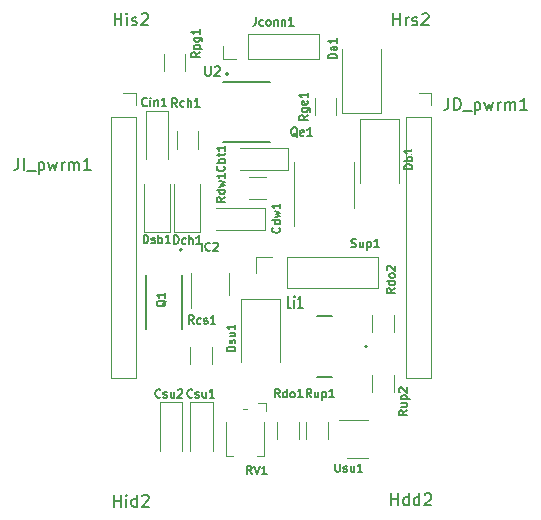
<source format=gto>
%TF.GenerationSoftware,KiCad,Pcbnew,5.1.7-a382d34a8~88~ubuntu18.04.1*%
%TF.CreationDate,2022-07-15T15:30:23-05:00*%
%TF.ProjectId,Global_Val_Sen,476c6f62-616c-45f5-9661-6c5f53656e2e,rev?*%
%TF.SameCoordinates,Original*%
%TF.FileFunction,Legend,Top*%
%TF.FilePolarity,Positive*%
%FSLAX46Y46*%
G04 Gerber Fmt 4.6, Leading zero omitted, Abs format (unit mm)*
G04 Created by KiCad (PCBNEW 5.1.7-a382d34a8~88~ubuntu18.04.1) date 2022-07-15 15:30:23*
%MOMM*%
%LPD*%
G01*
G04 APERTURE LIST*
%ADD10C,0.120000*%
%ADD11C,0.200000*%
%ADD12C,0.127000*%
%ADD13C,0.150000*%
%ADD14R,1.600000X1.500000*%
%ADD15R,1.200000X1.200000*%
%ADD16R,1.800000X5.000000*%
%ADD17R,1.060000X0.650000*%
%ADD18R,1.800000X2.500000*%
%ADD19O,1.700000X1.700000*%
%ADD20R,1.700000X1.700000*%
%ADD21R,2.413000X3.302000*%
%ADD22O,1.350000X1.350000*%
%ADD23R,1.350000X1.350000*%
%ADD24C,2.200000*%
%ADD25R,0.650000X1.560000*%
G04 APERTURE END LIST*
D10*
X44390000Y-69332936D02*
X44390000Y-70787064D01*
X42570000Y-69332936D02*
X42570000Y-70787064D01*
X44380000Y-64242936D02*
X44380000Y-65697064D01*
X42560000Y-64242936D02*
X42560000Y-65697064D01*
X31990000Y-72190000D02*
X31590000Y-72190000D01*
X33390000Y-73290000D02*
X33390000Y-76190000D01*
X33390000Y-76190000D02*
X32790000Y-76190000D01*
X30190000Y-73290000D02*
X30190000Y-76190000D01*
X30190000Y-76190000D02*
X30790000Y-76190000D01*
X33590000Y-72390000D02*
X33590000Y-71690000D01*
X33590000Y-71690000D02*
X32890000Y-71690000D01*
X24555000Y-71635000D02*
X24555000Y-75720000D01*
X26425000Y-71635000D02*
X24555000Y-71635000D01*
X26425000Y-75720000D02*
X26425000Y-71635000D01*
D11*
X42120000Y-66920000D02*
G75*
G03*
X42120000Y-66920000I-100000J0D01*
G01*
D12*
X39150000Y-69520000D02*
X37890000Y-69520000D01*
X37890000Y-64320000D02*
X39150000Y-64320000D01*
D10*
X40390000Y-76350000D02*
X42190000Y-76350000D01*
X42190000Y-73130000D02*
X39740000Y-73130000D01*
X36970000Y-74767064D02*
X36970000Y-73312936D01*
X38790000Y-74767064D02*
X38790000Y-73312936D01*
X36340000Y-73302936D02*
X36340000Y-74757064D01*
X34520000Y-73302936D02*
X34520000Y-74757064D01*
X34790000Y-62850000D02*
X31490000Y-62850000D01*
X31490000Y-62850000D02*
X31490000Y-68250000D01*
X34790000Y-62850000D02*
X34790000Y-68250000D01*
X29045000Y-75720000D02*
X29045000Y-71635000D01*
X29045000Y-71635000D02*
X27175000Y-71635000D01*
X27175000Y-71635000D02*
X27175000Y-75720000D01*
X32750000Y-60670000D02*
X32750000Y-59340000D01*
X32750000Y-59340000D02*
X34080000Y-59340000D01*
X35350000Y-59340000D02*
X43030000Y-59340000D01*
X43030000Y-62000000D02*
X43030000Y-59340000D01*
X35350000Y-62000000D02*
X43030000Y-62000000D01*
X35350000Y-62000000D02*
X35350000Y-59340000D01*
D11*
X30380000Y-43840000D02*
G75*
G03*
X30380000Y-43840000I-100000J0D01*
G01*
D12*
X29930000Y-44490000D02*
X33930000Y-44490000D01*
X29930000Y-49590000D02*
X33930000Y-49590000D01*
D10*
X35915000Y-53275000D02*
X35915000Y-56725000D01*
X35915000Y-53275000D02*
X35915000Y-51325000D01*
X41035000Y-53275000D02*
X41035000Y-55225000D01*
X41035000Y-53275000D02*
X41035000Y-51325000D01*
X37680000Y-47317064D02*
X37680000Y-45862936D01*
X39500000Y-47317064D02*
X39500000Y-45862936D01*
X44800000Y-47650000D02*
X41500000Y-47650000D01*
X41500000Y-47650000D02*
X41500000Y-53050000D01*
X44800000Y-47650000D02*
X44800000Y-53050000D01*
X40030000Y-47160000D02*
X43330000Y-47160000D01*
X43330000Y-47160000D02*
X43330000Y-41760000D01*
X40030000Y-47160000D02*
X40030000Y-41760000D01*
X29960000Y-42550000D02*
X29960000Y-41490000D01*
X31020000Y-42550000D02*
X29960000Y-42550000D01*
X32020000Y-42550000D02*
X32020000Y-40430000D01*
X32020000Y-40430000D02*
X38080000Y-40430000D01*
X32020000Y-42550000D02*
X38080000Y-42550000D01*
X38080000Y-42550000D02*
X38080000Y-40430000D01*
X24930000Y-43617064D02*
X24930000Y-42162936D01*
X26750000Y-43617064D02*
X26750000Y-42162936D01*
X33597064Y-52570000D02*
X32142936Y-52570000D01*
X33597064Y-54390000D02*
X32142936Y-54390000D01*
X27160000Y-66932936D02*
X27160000Y-68387064D01*
X28980000Y-66932936D02*
X28980000Y-68387064D01*
X33445000Y-55175000D02*
X29360000Y-55175000D01*
X33445000Y-57045000D02*
X33445000Y-55175000D01*
X29360000Y-57045000D02*
X33445000Y-57045000D01*
D12*
X23445000Y-60900000D02*
X23445000Y-65400000D01*
X26475000Y-60900000D02*
X26475000Y-65400000D01*
D11*
X26435000Y-58710000D02*
G75*
G03*
X26435000Y-58710000I-100000J0D01*
G01*
D10*
X30420000Y-62530000D02*
X30420000Y-60730000D01*
X27200000Y-60730000D02*
X27200000Y-63680000D01*
X27820000Y-50157064D02*
X27820000Y-48702936D01*
X26000000Y-50157064D02*
X26000000Y-48702936D01*
X25425000Y-57255000D02*
X25425000Y-53170000D01*
X23255000Y-57255000D02*
X25425000Y-57255000D01*
X23255000Y-53170000D02*
X23255000Y-57255000D01*
X27985000Y-57255000D02*
X27985000Y-53170000D01*
X25815000Y-57255000D02*
X27985000Y-57255000D01*
X25815000Y-53170000D02*
X25815000Y-57255000D01*
X25285000Y-51020000D02*
X25285000Y-46935000D01*
X25285000Y-46935000D02*
X23415000Y-46935000D01*
X23415000Y-46935000D02*
X23415000Y-51020000D01*
X31370000Y-51995000D02*
X35455000Y-51995000D01*
X35455000Y-51995000D02*
X35455000Y-50125000D01*
X35455000Y-50125000D02*
X31370000Y-50125000D01*
X20440000Y-47500000D02*
X22560000Y-47500000D01*
X20440000Y-47500000D02*
X20440000Y-69560000D01*
X20440000Y-69560000D02*
X22560000Y-69560000D01*
X22560000Y-47500000D02*
X22560000Y-69560000D01*
X22560000Y-45440000D02*
X22560000Y-46500000D01*
X21500000Y-45440000D02*
X22560000Y-45440000D01*
X45440000Y-47500000D02*
X47560000Y-47500000D01*
X45440000Y-47500000D02*
X45440000Y-69560000D01*
X45440000Y-69560000D02*
X47560000Y-69560000D01*
X47560000Y-47500000D02*
X47560000Y-69560000D01*
X47560000Y-45440000D02*
X47560000Y-46500000D01*
X46500000Y-45440000D02*
X47560000Y-45440000D01*
D13*
X45506666Y-72310000D02*
X45173333Y-72543333D01*
X45506666Y-72710000D02*
X44806666Y-72710000D01*
X44806666Y-72443333D01*
X44840000Y-72376666D01*
X44873333Y-72343333D01*
X44940000Y-72310000D01*
X45040000Y-72310000D01*
X45106666Y-72343333D01*
X45140000Y-72376666D01*
X45173333Y-72443333D01*
X45173333Y-72710000D01*
X45040000Y-71710000D02*
X45506666Y-71710000D01*
X45040000Y-72010000D02*
X45406666Y-72010000D01*
X45473333Y-71976666D01*
X45506666Y-71910000D01*
X45506666Y-71810000D01*
X45473333Y-71743333D01*
X45440000Y-71710000D01*
X45040000Y-71376666D02*
X45740000Y-71376666D01*
X45073333Y-71376666D02*
X45040000Y-71310000D01*
X45040000Y-71176666D01*
X45073333Y-71110000D01*
X45106666Y-71076666D01*
X45173333Y-71043333D01*
X45373333Y-71043333D01*
X45440000Y-71076666D01*
X45473333Y-71110000D01*
X45506666Y-71176666D01*
X45506666Y-71310000D01*
X45473333Y-71376666D01*
X44873333Y-70776666D02*
X44840000Y-70743333D01*
X44806666Y-70676666D01*
X44806666Y-70510000D01*
X44840000Y-70443333D01*
X44873333Y-70410000D01*
X44940000Y-70376666D01*
X45006666Y-70376666D01*
X45106666Y-70410000D01*
X45506666Y-70810000D01*
X45506666Y-70376666D01*
X44486666Y-61990000D02*
X44153333Y-62223333D01*
X44486666Y-62390000D02*
X43786666Y-62390000D01*
X43786666Y-62123333D01*
X43820000Y-62056666D01*
X43853333Y-62023333D01*
X43920000Y-61990000D01*
X44020000Y-61990000D01*
X44086666Y-62023333D01*
X44120000Y-62056666D01*
X44153333Y-62123333D01*
X44153333Y-62390000D01*
X44486666Y-61390000D02*
X43786666Y-61390000D01*
X44453333Y-61390000D02*
X44486666Y-61456666D01*
X44486666Y-61590000D01*
X44453333Y-61656666D01*
X44420000Y-61690000D01*
X44353333Y-61723333D01*
X44153333Y-61723333D01*
X44086666Y-61690000D01*
X44053333Y-61656666D01*
X44020000Y-61590000D01*
X44020000Y-61456666D01*
X44053333Y-61390000D01*
X44486666Y-60956666D02*
X44453333Y-61023333D01*
X44420000Y-61056666D01*
X44353333Y-61090000D01*
X44153333Y-61090000D01*
X44086666Y-61056666D01*
X44053333Y-61023333D01*
X44020000Y-60956666D01*
X44020000Y-60856666D01*
X44053333Y-60790000D01*
X44086666Y-60756666D01*
X44153333Y-60723333D01*
X44353333Y-60723333D01*
X44420000Y-60756666D01*
X44453333Y-60790000D01*
X44486666Y-60856666D01*
X44486666Y-60956666D01*
X43853333Y-60456666D02*
X43820000Y-60423333D01*
X43786666Y-60356666D01*
X43786666Y-60190000D01*
X43820000Y-60123333D01*
X43853333Y-60090000D01*
X43920000Y-60056666D01*
X43986666Y-60056666D01*
X44086666Y-60090000D01*
X44486666Y-60490000D01*
X44486666Y-60056666D01*
X32363333Y-77706666D02*
X32130000Y-77373333D01*
X31963333Y-77706666D02*
X31963333Y-77006666D01*
X32230000Y-77006666D01*
X32296666Y-77040000D01*
X32330000Y-77073333D01*
X32363333Y-77140000D01*
X32363333Y-77240000D01*
X32330000Y-77306666D01*
X32296666Y-77340000D01*
X32230000Y-77373333D01*
X31963333Y-77373333D01*
X32563333Y-77006666D02*
X32796666Y-77706666D01*
X33030000Y-77006666D01*
X33630000Y-77706666D02*
X33230000Y-77706666D01*
X33430000Y-77706666D02*
X33430000Y-77006666D01*
X33363333Y-77106666D01*
X33296666Y-77173333D01*
X33230000Y-77206666D01*
X24623333Y-71170000D02*
X24590000Y-71203333D01*
X24490000Y-71236666D01*
X24423333Y-71236666D01*
X24323333Y-71203333D01*
X24256666Y-71136666D01*
X24223333Y-71070000D01*
X24190000Y-70936666D01*
X24190000Y-70836666D01*
X24223333Y-70703333D01*
X24256666Y-70636666D01*
X24323333Y-70570000D01*
X24423333Y-70536666D01*
X24490000Y-70536666D01*
X24590000Y-70570000D01*
X24623333Y-70603333D01*
X24890000Y-71203333D02*
X24956666Y-71236666D01*
X25090000Y-71236666D01*
X25156666Y-71203333D01*
X25190000Y-71136666D01*
X25190000Y-71103333D01*
X25156666Y-71036666D01*
X25090000Y-71003333D01*
X24990000Y-71003333D01*
X24923333Y-70970000D01*
X24890000Y-70903333D01*
X24890000Y-70870000D01*
X24923333Y-70803333D01*
X24990000Y-70770000D01*
X25090000Y-70770000D01*
X25156666Y-70803333D01*
X25790000Y-70770000D02*
X25790000Y-71236666D01*
X25490000Y-70770000D02*
X25490000Y-71136666D01*
X25523333Y-71203333D01*
X25590000Y-71236666D01*
X25690000Y-71236666D01*
X25756666Y-71203333D01*
X25790000Y-71170000D01*
X26090000Y-70603333D02*
X26123333Y-70570000D01*
X26190000Y-70536666D01*
X26356666Y-70536666D01*
X26423333Y-70570000D01*
X26456666Y-70603333D01*
X26490000Y-70670000D01*
X26490000Y-70736666D01*
X26456666Y-70836666D01*
X26056666Y-71236666D01*
X26490000Y-71236666D01*
X35726666Y-63632380D02*
X35393333Y-63632380D01*
X35393333Y-62632380D01*
X35960000Y-63632380D02*
X35960000Y-62965714D01*
X35960000Y-62632380D02*
X35926666Y-62680000D01*
X35960000Y-62727619D01*
X35993333Y-62680000D01*
X35960000Y-62632380D01*
X35960000Y-62727619D01*
X36660000Y-63632380D02*
X36260000Y-63632380D01*
X36460000Y-63632380D02*
X36460000Y-62632380D01*
X36393333Y-62775238D01*
X36326666Y-62870476D01*
X36260000Y-62918095D01*
X39426666Y-76826666D02*
X39426666Y-77393333D01*
X39460000Y-77460000D01*
X39493333Y-77493333D01*
X39560000Y-77526666D01*
X39693333Y-77526666D01*
X39760000Y-77493333D01*
X39793333Y-77460000D01*
X39826666Y-77393333D01*
X39826666Y-76826666D01*
X40126666Y-77493333D02*
X40193333Y-77526666D01*
X40326666Y-77526666D01*
X40393333Y-77493333D01*
X40426666Y-77426666D01*
X40426666Y-77393333D01*
X40393333Y-77326666D01*
X40326666Y-77293333D01*
X40226666Y-77293333D01*
X40160000Y-77260000D01*
X40126666Y-77193333D01*
X40126666Y-77160000D01*
X40160000Y-77093333D01*
X40226666Y-77060000D01*
X40326666Y-77060000D01*
X40393333Y-77093333D01*
X41026666Y-77060000D02*
X41026666Y-77526666D01*
X40726666Y-77060000D02*
X40726666Y-77426666D01*
X40760000Y-77493333D01*
X40826666Y-77526666D01*
X40926666Y-77526666D01*
X40993333Y-77493333D01*
X41026666Y-77460000D01*
X41726666Y-77526666D02*
X41326666Y-77526666D01*
X41526666Y-77526666D02*
X41526666Y-76826666D01*
X41460000Y-76926666D01*
X41393333Y-76993333D01*
X41326666Y-77026666D01*
X37400000Y-71216666D02*
X37166666Y-70883333D01*
X37000000Y-71216666D02*
X37000000Y-70516666D01*
X37266666Y-70516666D01*
X37333333Y-70550000D01*
X37366666Y-70583333D01*
X37400000Y-70650000D01*
X37400000Y-70750000D01*
X37366666Y-70816666D01*
X37333333Y-70850000D01*
X37266666Y-70883333D01*
X37000000Y-70883333D01*
X38000000Y-70750000D02*
X38000000Y-71216666D01*
X37700000Y-70750000D02*
X37700000Y-71116666D01*
X37733333Y-71183333D01*
X37800000Y-71216666D01*
X37900000Y-71216666D01*
X37966666Y-71183333D01*
X38000000Y-71150000D01*
X38333333Y-70750000D02*
X38333333Y-71450000D01*
X38333333Y-70783333D02*
X38400000Y-70750000D01*
X38533333Y-70750000D01*
X38600000Y-70783333D01*
X38633333Y-70816666D01*
X38666666Y-70883333D01*
X38666666Y-71083333D01*
X38633333Y-71150000D01*
X38600000Y-71183333D01*
X38533333Y-71216666D01*
X38400000Y-71216666D01*
X38333333Y-71183333D01*
X39333333Y-71216666D02*
X38933333Y-71216666D01*
X39133333Y-71216666D02*
X39133333Y-70516666D01*
X39066666Y-70616666D01*
X39000000Y-70683333D01*
X38933333Y-70716666D01*
X34730000Y-71216666D02*
X34496666Y-70883333D01*
X34330000Y-71216666D02*
X34330000Y-70516666D01*
X34596666Y-70516666D01*
X34663333Y-70550000D01*
X34696666Y-70583333D01*
X34730000Y-70650000D01*
X34730000Y-70750000D01*
X34696666Y-70816666D01*
X34663333Y-70850000D01*
X34596666Y-70883333D01*
X34330000Y-70883333D01*
X35330000Y-71216666D02*
X35330000Y-70516666D01*
X35330000Y-71183333D02*
X35263333Y-71216666D01*
X35130000Y-71216666D01*
X35063333Y-71183333D01*
X35030000Y-71150000D01*
X34996666Y-71083333D01*
X34996666Y-70883333D01*
X35030000Y-70816666D01*
X35063333Y-70783333D01*
X35130000Y-70750000D01*
X35263333Y-70750000D01*
X35330000Y-70783333D01*
X35763333Y-71216666D02*
X35696666Y-71183333D01*
X35663333Y-71150000D01*
X35630000Y-71083333D01*
X35630000Y-70883333D01*
X35663333Y-70816666D01*
X35696666Y-70783333D01*
X35763333Y-70750000D01*
X35863333Y-70750000D01*
X35930000Y-70783333D01*
X35963333Y-70816666D01*
X35996666Y-70883333D01*
X35996666Y-71083333D01*
X35963333Y-71150000D01*
X35930000Y-71183333D01*
X35863333Y-71216666D01*
X35763333Y-71216666D01*
X36663333Y-71216666D02*
X36263333Y-71216666D01*
X36463333Y-71216666D02*
X36463333Y-70516666D01*
X36396666Y-70616666D01*
X36330000Y-70683333D01*
X36263333Y-70716666D01*
X30946666Y-67316666D02*
X30246666Y-67316666D01*
X30246666Y-67150000D01*
X30280000Y-67050000D01*
X30346666Y-66983333D01*
X30413333Y-66950000D01*
X30546666Y-66916666D01*
X30646666Y-66916666D01*
X30780000Y-66950000D01*
X30846666Y-66983333D01*
X30913333Y-67050000D01*
X30946666Y-67150000D01*
X30946666Y-67316666D01*
X30913333Y-66650000D02*
X30946666Y-66583333D01*
X30946666Y-66450000D01*
X30913333Y-66383333D01*
X30846666Y-66350000D01*
X30813333Y-66350000D01*
X30746666Y-66383333D01*
X30713333Y-66450000D01*
X30713333Y-66550000D01*
X30680000Y-66616666D01*
X30613333Y-66650000D01*
X30580000Y-66650000D01*
X30513333Y-66616666D01*
X30480000Y-66550000D01*
X30480000Y-66450000D01*
X30513333Y-66383333D01*
X30480000Y-65750000D02*
X30946666Y-65750000D01*
X30480000Y-66050000D02*
X30846666Y-66050000D01*
X30913333Y-66016666D01*
X30946666Y-65950000D01*
X30946666Y-65850000D01*
X30913333Y-65783333D01*
X30880000Y-65750000D01*
X30946666Y-65050000D02*
X30946666Y-65450000D01*
X30946666Y-65250000D02*
X30246666Y-65250000D01*
X30346666Y-65316666D01*
X30413333Y-65383333D01*
X30446666Y-65450000D01*
X27323333Y-71170000D02*
X27290000Y-71203333D01*
X27190000Y-71236666D01*
X27123333Y-71236666D01*
X27023333Y-71203333D01*
X26956666Y-71136666D01*
X26923333Y-71070000D01*
X26890000Y-70936666D01*
X26890000Y-70836666D01*
X26923333Y-70703333D01*
X26956666Y-70636666D01*
X27023333Y-70570000D01*
X27123333Y-70536666D01*
X27190000Y-70536666D01*
X27290000Y-70570000D01*
X27323333Y-70603333D01*
X27590000Y-71203333D02*
X27656666Y-71236666D01*
X27790000Y-71236666D01*
X27856666Y-71203333D01*
X27890000Y-71136666D01*
X27890000Y-71103333D01*
X27856666Y-71036666D01*
X27790000Y-71003333D01*
X27690000Y-71003333D01*
X27623333Y-70970000D01*
X27590000Y-70903333D01*
X27590000Y-70870000D01*
X27623333Y-70803333D01*
X27690000Y-70770000D01*
X27790000Y-70770000D01*
X27856666Y-70803333D01*
X28490000Y-70770000D02*
X28490000Y-71236666D01*
X28190000Y-70770000D02*
X28190000Y-71136666D01*
X28223333Y-71203333D01*
X28290000Y-71236666D01*
X28390000Y-71236666D01*
X28456666Y-71203333D01*
X28490000Y-71170000D01*
X29190000Y-71236666D02*
X28790000Y-71236666D01*
X28990000Y-71236666D02*
X28990000Y-70536666D01*
X28923333Y-70636666D01*
X28856666Y-70703333D01*
X28790000Y-70736666D01*
X40803333Y-58473333D02*
X40903333Y-58506666D01*
X41070000Y-58506666D01*
X41136666Y-58473333D01*
X41170000Y-58440000D01*
X41203333Y-58373333D01*
X41203333Y-58306666D01*
X41170000Y-58240000D01*
X41136666Y-58206666D01*
X41070000Y-58173333D01*
X40936666Y-58140000D01*
X40870000Y-58106666D01*
X40836666Y-58073333D01*
X40803333Y-58006666D01*
X40803333Y-57940000D01*
X40836666Y-57873333D01*
X40870000Y-57840000D01*
X40936666Y-57806666D01*
X41103333Y-57806666D01*
X41203333Y-57840000D01*
X41803333Y-58040000D02*
X41803333Y-58506666D01*
X41503333Y-58040000D02*
X41503333Y-58406666D01*
X41536666Y-58473333D01*
X41603333Y-58506666D01*
X41703333Y-58506666D01*
X41770000Y-58473333D01*
X41803333Y-58440000D01*
X42136666Y-58040000D02*
X42136666Y-58740000D01*
X42136666Y-58073333D02*
X42203333Y-58040000D01*
X42336666Y-58040000D01*
X42403333Y-58073333D01*
X42436666Y-58106666D01*
X42470000Y-58173333D01*
X42470000Y-58373333D01*
X42436666Y-58440000D01*
X42403333Y-58473333D01*
X42336666Y-58506666D01*
X42203333Y-58506666D01*
X42136666Y-58473333D01*
X43136666Y-58506666D02*
X42736666Y-58506666D01*
X42936666Y-58506666D02*
X42936666Y-57806666D01*
X42870000Y-57906666D01*
X42803333Y-57973333D01*
X42736666Y-58006666D01*
X28420476Y-43196904D02*
X28420476Y-43844523D01*
X28458571Y-43920714D01*
X28496666Y-43958809D01*
X28572857Y-43996904D01*
X28725238Y-43996904D01*
X28801428Y-43958809D01*
X28839523Y-43920714D01*
X28877619Y-43844523D01*
X28877619Y-43196904D01*
X29220476Y-43273095D02*
X29258571Y-43235000D01*
X29334761Y-43196904D01*
X29525238Y-43196904D01*
X29601428Y-43235000D01*
X29639523Y-43273095D01*
X29677619Y-43349285D01*
X29677619Y-43425476D01*
X29639523Y-43539761D01*
X29182380Y-43996904D01*
X29677619Y-43996904D01*
X36223333Y-49133333D02*
X36156666Y-49100000D01*
X36090000Y-49033333D01*
X35990000Y-48933333D01*
X35923333Y-48900000D01*
X35856666Y-48900000D01*
X35890000Y-49066666D02*
X35823333Y-49033333D01*
X35756666Y-48966666D01*
X35723333Y-48833333D01*
X35723333Y-48600000D01*
X35756666Y-48466666D01*
X35823333Y-48400000D01*
X35890000Y-48366666D01*
X36023333Y-48366666D01*
X36090000Y-48400000D01*
X36156666Y-48466666D01*
X36190000Y-48600000D01*
X36190000Y-48833333D01*
X36156666Y-48966666D01*
X36090000Y-49033333D01*
X36023333Y-49066666D01*
X35890000Y-49066666D01*
X36756666Y-49033333D02*
X36690000Y-49066666D01*
X36556666Y-49066666D01*
X36490000Y-49033333D01*
X36456666Y-48966666D01*
X36456666Y-48700000D01*
X36490000Y-48633333D01*
X36556666Y-48600000D01*
X36690000Y-48600000D01*
X36756666Y-48633333D01*
X36790000Y-48700000D01*
X36790000Y-48766666D01*
X36456666Y-48833333D01*
X37456666Y-49066666D02*
X37056666Y-49066666D01*
X37256666Y-49066666D02*
X37256666Y-48366666D01*
X37190000Y-48466666D01*
X37123333Y-48533333D01*
X37056666Y-48566666D01*
X37086666Y-47323333D02*
X36753333Y-47556666D01*
X37086666Y-47723333D02*
X36386666Y-47723333D01*
X36386666Y-47456666D01*
X36420000Y-47390000D01*
X36453333Y-47356666D01*
X36520000Y-47323333D01*
X36620000Y-47323333D01*
X36686666Y-47356666D01*
X36720000Y-47390000D01*
X36753333Y-47456666D01*
X36753333Y-47723333D01*
X36620000Y-46723333D02*
X37186666Y-46723333D01*
X37253333Y-46756666D01*
X37286666Y-46790000D01*
X37320000Y-46856666D01*
X37320000Y-46956666D01*
X37286666Y-47023333D01*
X37053333Y-46723333D02*
X37086666Y-46790000D01*
X37086666Y-46923333D01*
X37053333Y-46990000D01*
X37020000Y-47023333D01*
X36953333Y-47056666D01*
X36753333Y-47056666D01*
X36686666Y-47023333D01*
X36653333Y-46990000D01*
X36620000Y-46923333D01*
X36620000Y-46790000D01*
X36653333Y-46723333D01*
X37053333Y-46123333D02*
X37086666Y-46190000D01*
X37086666Y-46323333D01*
X37053333Y-46390000D01*
X36986666Y-46423333D01*
X36720000Y-46423333D01*
X36653333Y-46390000D01*
X36620000Y-46323333D01*
X36620000Y-46190000D01*
X36653333Y-46123333D01*
X36720000Y-46090000D01*
X36786666Y-46090000D01*
X36853333Y-46423333D01*
X37086666Y-45423333D02*
X37086666Y-45823333D01*
X37086666Y-45623333D02*
X36386666Y-45623333D01*
X36486666Y-45690000D01*
X36553333Y-45756666D01*
X36586666Y-45823333D01*
X45966666Y-51883333D02*
X45266666Y-51883333D01*
X45266666Y-51716666D01*
X45300000Y-51616666D01*
X45366666Y-51550000D01*
X45433333Y-51516666D01*
X45566666Y-51483333D01*
X45666666Y-51483333D01*
X45800000Y-51516666D01*
X45866666Y-51550000D01*
X45933333Y-51616666D01*
X45966666Y-51716666D01*
X45966666Y-51883333D01*
X45966666Y-51183333D02*
X45266666Y-51183333D01*
X45533333Y-51183333D02*
X45500000Y-51116666D01*
X45500000Y-50983333D01*
X45533333Y-50916666D01*
X45566666Y-50883333D01*
X45633333Y-50850000D01*
X45833333Y-50850000D01*
X45900000Y-50883333D01*
X45933333Y-50916666D01*
X45966666Y-50983333D01*
X45966666Y-51116666D01*
X45933333Y-51183333D01*
X45966666Y-50183333D02*
X45966666Y-50583333D01*
X45966666Y-50383333D02*
X45266666Y-50383333D01*
X45366666Y-50450000D01*
X45433333Y-50516666D01*
X45466666Y-50583333D01*
X39556666Y-42513333D02*
X38856666Y-42513333D01*
X38856666Y-42346666D01*
X38890000Y-42246666D01*
X38956666Y-42180000D01*
X39023333Y-42146666D01*
X39156666Y-42113333D01*
X39256666Y-42113333D01*
X39390000Y-42146666D01*
X39456666Y-42180000D01*
X39523333Y-42246666D01*
X39556666Y-42346666D01*
X39556666Y-42513333D01*
X39556666Y-41513333D02*
X39190000Y-41513333D01*
X39123333Y-41546666D01*
X39090000Y-41613333D01*
X39090000Y-41746666D01*
X39123333Y-41813333D01*
X39523333Y-41513333D02*
X39556666Y-41580000D01*
X39556666Y-41746666D01*
X39523333Y-41813333D01*
X39456666Y-41846666D01*
X39390000Y-41846666D01*
X39323333Y-41813333D01*
X39290000Y-41746666D01*
X39290000Y-41580000D01*
X39256666Y-41513333D01*
X39556666Y-40813333D02*
X39556666Y-41213333D01*
X39556666Y-41013333D02*
X38856666Y-41013333D01*
X38956666Y-41080000D01*
X39023333Y-41146666D01*
X39056666Y-41213333D01*
X32706666Y-39036666D02*
X32706666Y-39536666D01*
X32673333Y-39636666D01*
X32606666Y-39703333D01*
X32506666Y-39736666D01*
X32440000Y-39736666D01*
X33340000Y-39703333D02*
X33273333Y-39736666D01*
X33140000Y-39736666D01*
X33073333Y-39703333D01*
X33040000Y-39670000D01*
X33006666Y-39603333D01*
X33006666Y-39403333D01*
X33040000Y-39336666D01*
X33073333Y-39303333D01*
X33140000Y-39270000D01*
X33273333Y-39270000D01*
X33340000Y-39303333D01*
X33740000Y-39736666D02*
X33673333Y-39703333D01*
X33640000Y-39670000D01*
X33606666Y-39603333D01*
X33606666Y-39403333D01*
X33640000Y-39336666D01*
X33673333Y-39303333D01*
X33740000Y-39270000D01*
X33840000Y-39270000D01*
X33906666Y-39303333D01*
X33940000Y-39336666D01*
X33973333Y-39403333D01*
X33973333Y-39603333D01*
X33940000Y-39670000D01*
X33906666Y-39703333D01*
X33840000Y-39736666D01*
X33740000Y-39736666D01*
X34273333Y-39270000D02*
X34273333Y-39736666D01*
X34273333Y-39336666D02*
X34306666Y-39303333D01*
X34373333Y-39270000D01*
X34473333Y-39270000D01*
X34540000Y-39303333D01*
X34573333Y-39370000D01*
X34573333Y-39736666D01*
X34906666Y-39270000D02*
X34906666Y-39736666D01*
X34906666Y-39336666D02*
X34940000Y-39303333D01*
X35006666Y-39270000D01*
X35106666Y-39270000D01*
X35173333Y-39303333D01*
X35206666Y-39370000D01*
X35206666Y-39736666D01*
X35906666Y-39736666D02*
X35506666Y-39736666D01*
X35706666Y-39736666D02*
X35706666Y-39036666D01*
X35640000Y-39136666D01*
X35573333Y-39203333D01*
X35506666Y-39236666D01*
X27956666Y-41990000D02*
X27623333Y-42223333D01*
X27956666Y-42390000D02*
X27256666Y-42390000D01*
X27256666Y-42123333D01*
X27290000Y-42056666D01*
X27323333Y-42023333D01*
X27390000Y-41990000D01*
X27490000Y-41990000D01*
X27556666Y-42023333D01*
X27590000Y-42056666D01*
X27623333Y-42123333D01*
X27623333Y-42390000D01*
X27490000Y-41690000D02*
X28190000Y-41690000D01*
X27523333Y-41690000D02*
X27490000Y-41623333D01*
X27490000Y-41490000D01*
X27523333Y-41423333D01*
X27556666Y-41390000D01*
X27623333Y-41356666D01*
X27823333Y-41356666D01*
X27890000Y-41390000D01*
X27923333Y-41423333D01*
X27956666Y-41490000D01*
X27956666Y-41623333D01*
X27923333Y-41690000D01*
X27490000Y-40756666D02*
X28056666Y-40756666D01*
X28123333Y-40790000D01*
X28156666Y-40823333D01*
X28190000Y-40890000D01*
X28190000Y-40990000D01*
X28156666Y-41056666D01*
X27923333Y-40756666D02*
X27956666Y-40823333D01*
X27956666Y-40956666D01*
X27923333Y-41023333D01*
X27890000Y-41056666D01*
X27823333Y-41090000D01*
X27623333Y-41090000D01*
X27556666Y-41056666D01*
X27523333Y-41023333D01*
X27490000Y-40956666D01*
X27490000Y-40823333D01*
X27523333Y-40756666D01*
X27956666Y-40056666D02*
X27956666Y-40456666D01*
X27956666Y-40256666D02*
X27256666Y-40256666D01*
X27356666Y-40323333D01*
X27423333Y-40390000D01*
X27456666Y-40456666D01*
X44348809Y-39702380D02*
X44348809Y-38702380D01*
X44348809Y-39178571D02*
X44920238Y-39178571D01*
X44920238Y-39702380D02*
X44920238Y-38702380D01*
X45396428Y-39702380D02*
X45396428Y-39035714D01*
X45396428Y-39226190D02*
X45444047Y-39130952D01*
X45491666Y-39083333D01*
X45586904Y-39035714D01*
X45682142Y-39035714D01*
X45967857Y-39654761D02*
X46063095Y-39702380D01*
X46253571Y-39702380D01*
X46348809Y-39654761D01*
X46396428Y-39559523D01*
X46396428Y-39511904D01*
X46348809Y-39416666D01*
X46253571Y-39369047D01*
X46110714Y-39369047D01*
X46015476Y-39321428D01*
X45967857Y-39226190D01*
X45967857Y-39178571D01*
X46015476Y-39083333D01*
X46110714Y-39035714D01*
X46253571Y-39035714D01*
X46348809Y-39083333D01*
X46777380Y-38797619D02*
X46825000Y-38750000D01*
X46920238Y-38702380D01*
X47158333Y-38702380D01*
X47253571Y-38750000D01*
X47301190Y-38797619D01*
X47348809Y-38892857D01*
X47348809Y-38988095D01*
X47301190Y-39130952D01*
X46729761Y-39702380D01*
X47348809Y-39702380D01*
X20745238Y-39702380D02*
X20745238Y-38702380D01*
X20745238Y-39178571D02*
X21316666Y-39178571D01*
X21316666Y-39702380D02*
X21316666Y-38702380D01*
X21792857Y-39702380D02*
X21792857Y-39035714D01*
X21792857Y-38702380D02*
X21745238Y-38750000D01*
X21792857Y-38797619D01*
X21840476Y-38750000D01*
X21792857Y-38702380D01*
X21792857Y-38797619D01*
X22221428Y-39654761D02*
X22316666Y-39702380D01*
X22507142Y-39702380D01*
X22602380Y-39654761D01*
X22650000Y-39559523D01*
X22650000Y-39511904D01*
X22602380Y-39416666D01*
X22507142Y-39369047D01*
X22364285Y-39369047D01*
X22269047Y-39321428D01*
X22221428Y-39226190D01*
X22221428Y-39178571D01*
X22269047Y-39083333D01*
X22364285Y-39035714D01*
X22507142Y-39035714D01*
X22602380Y-39083333D01*
X23030952Y-38797619D02*
X23078571Y-38750000D01*
X23173809Y-38702380D01*
X23411904Y-38702380D01*
X23507142Y-38750000D01*
X23554761Y-38797619D01*
X23602380Y-38892857D01*
X23602380Y-38988095D01*
X23554761Y-39130952D01*
X22983333Y-39702380D01*
X23602380Y-39702380D01*
X20697619Y-80477380D02*
X20697619Y-79477380D01*
X20697619Y-79953571D02*
X21269047Y-79953571D01*
X21269047Y-80477380D02*
X21269047Y-79477380D01*
X21745238Y-80477380D02*
X21745238Y-79810714D01*
X21745238Y-79477380D02*
X21697619Y-79525000D01*
X21745238Y-79572619D01*
X21792857Y-79525000D01*
X21745238Y-79477380D01*
X21745238Y-79572619D01*
X22650000Y-80477380D02*
X22650000Y-79477380D01*
X22650000Y-80429761D02*
X22554761Y-80477380D01*
X22364285Y-80477380D01*
X22269047Y-80429761D01*
X22221428Y-80382142D01*
X22173809Y-80286904D01*
X22173809Y-80001190D01*
X22221428Y-79905952D01*
X22269047Y-79858333D01*
X22364285Y-79810714D01*
X22554761Y-79810714D01*
X22650000Y-79858333D01*
X23078571Y-79572619D02*
X23126190Y-79525000D01*
X23221428Y-79477380D01*
X23459523Y-79477380D01*
X23554761Y-79525000D01*
X23602380Y-79572619D01*
X23650000Y-79667857D01*
X23650000Y-79763095D01*
X23602380Y-79905952D01*
X23030952Y-80477380D01*
X23650000Y-80477380D01*
X44183333Y-80352380D02*
X44183333Y-79352380D01*
X44183333Y-79828571D02*
X44754761Y-79828571D01*
X44754761Y-80352380D02*
X44754761Y-79352380D01*
X45659523Y-80352380D02*
X45659523Y-79352380D01*
X45659523Y-80304761D02*
X45564285Y-80352380D01*
X45373809Y-80352380D01*
X45278571Y-80304761D01*
X45230952Y-80257142D01*
X45183333Y-80161904D01*
X45183333Y-79876190D01*
X45230952Y-79780952D01*
X45278571Y-79733333D01*
X45373809Y-79685714D01*
X45564285Y-79685714D01*
X45659523Y-79733333D01*
X46564285Y-80352380D02*
X46564285Y-79352380D01*
X46564285Y-80304761D02*
X46469047Y-80352380D01*
X46278571Y-80352380D01*
X46183333Y-80304761D01*
X46135714Y-80257142D01*
X46088095Y-80161904D01*
X46088095Y-79876190D01*
X46135714Y-79780952D01*
X46183333Y-79733333D01*
X46278571Y-79685714D01*
X46469047Y-79685714D01*
X46564285Y-79733333D01*
X46992857Y-79447619D02*
X47040476Y-79400000D01*
X47135714Y-79352380D01*
X47373809Y-79352380D01*
X47469047Y-79400000D01*
X47516666Y-79447619D01*
X47564285Y-79542857D01*
X47564285Y-79638095D01*
X47516666Y-79780952D01*
X46945238Y-80352380D01*
X47564285Y-80352380D01*
X30086666Y-54270000D02*
X29753333Y-54503333D01*
X30086666Y-54670000D02*
X29386666Y-54670000D01*
X29386666Y-54403333D01*
X29420000Y-54336666D01*
X29453333Y-54303333D01*
X29520000Y-54270000D01*
X29620000Y-54270000D01*
X29686666Y-54303333D01*
X29720000Y-54336666D01*
X29753333Y-54403333D01*
X29753333Y-54670000D01*
X30086666Y-53670000D02*
X29386666Y-53670000D01*
X30053333Y-53670000D02*
X30086666Y-53736666D01*
X30086666Y-53870000D01*
X30053333Y-53936666D01*
X30020000Y-53970000D01*
X29953333Y-54003333D01*
X29753333Y-54003333D01*
X29686666Y-53970000D01*
X29653333Y-53936666D01*
X29620000Y-53870000D01*
X29620000Y-53736666D01*
X29653333Y-53670000D01*
X29620000Y-53403333D02*
X30086666Y-53270000D01*
X29753333Y-53136666D01*
X30086666Y-53003333D01*
X29620000Y-52870000D01*
X30086666Y-52236666D02*
X30086666Y-52636666D01*
X30086666Y-52436666D02*
X29386666Y-52436666D01*
X29486666Y-52503333D01*
X29553333Y-52570000D01*
X29586666Y-52636666D01*
X27450000Y-64986666D02*
X27216666Y-64653333D01*
X27050000Y-64986666D02*
X27050000Y-64286666D01*
X27316666Y-64286666D01*
X27383333Y-64320000D01*
X27416666Y-64353333D01*
X27450000Y-64420000D01*
X27450000Y-64520000D01*
X27416666Y-64586666D01*
X27383333Y-64620000D01*
X27316666Y-64653333D01*
X27050000Y-64653333D01*
X28050000Y-64953333D02*
X27983333Y-64986666D01*
X27850000Y-64986666D01*
X27783333Y-64953333D01*
X27750000Y-64920000D01*
X27716666Y-64853333D01*
X27716666Y-64653333D01*
X27750000Y-64586666D01*
X27783333Y-64553333D01*
X27850000Y-64520000D01*
X27983333Y-64520000D01*
X28050000Y-64553333D01*
X28316666Y-64953333D02*
X28383333Y-64986666D01*
X28516666Y-64986666D01*
X28583333Y-64953333D01*
X28616666Y-64886666D01*
X28616666Y-64853333D01*
X28583333Y-64786666D01*
X28516666Y-64753333D01*
X28416666Y-64753333D01*
X28350000Y-64720000D01*
X28316666Y-64653333D01*
X28316666Y-64620000D01*
X28350000Y-64553333D01*
X28416666Y-64520000D01*
X28516666Y-64520000D01*
X28583333Y-64553333D01*
X29283333Y-64986666D02*
X28883333Y-64986666D01*
X29083333Y-64986666D02*
X29083333Y-64286666D01*
X29016666Y-64386666D01*
X28950000Y-64453333D01*
X28883333Y-64486666D01*
X34710000Y-56840000D02*
X34743333Y-56873333D01*
X34776666Y-56973333D01*
X34776666Y-57040000D01*
X34743333Y-57140000D01*
X34676666Y-57206666D01*
X34610000Y-57240000D01*
X34476666Y-57273333D01*
X34376666Y-57273333D01*
X34243333Y-57240000D01*
X34176666Y-57206666D01*
X34110000Y-57140000D01*
X34076666Y-57040000D01*
X34076666Y-56973333D01*
X34110000Y-56873333D01*
X34143333Y-56840000D01*
X34776666Y-56240000D02*
X34076666Y-56240000D01*
X34743333Y-56240000D02*
X34776666Y-56306666D01*
X34776666Y-56440000D01*
X34743333Y-56506666D01*
X34710000Y-56540000D01*
X34643333Y-56573333D01*
X34443333Y-56573333D01*
X34376666Y-56540000D01*
X34343333Y-56506666D01*
X34310000Y-56440000D01*
X34310000Y-56306666D01*
X34343333Y-56240000D01*
X34310000Y-55973333D02*
X34776666Y-55840000D01*
X34443333Y-55706666D01*
X34776666Y-55573333D01*
X34310000Y-55440000D01*
X34776666Y-54806666D02*
X34776666Y-55206666D01*
X34776666Y-55006666D02*
X34076666Y-55006666D01*
X34176666Y-55073333D01*
X34243333Y-55140000D01*
X34276666Y-55206666D01*
X25113333Y-63021666D02*
X25080000Y-63088333D01*
X25013333Y-63155000D01*
X24913333Y-63255000D01*
X24880000Y-63321666D01*
X24880000Y-63388333D01*
X25046666Y-63355000D02*
X25013333Y-63421666D01*
X24946666Y-63488333D01*
X24813333Y-63521666D01*
X24580000Y-63521666D01*
X24446666Y-63488333D01*
X24380000Y-63421666D01*
X24346666Y-63355000D01*
X24346666Y-63221666D01*
X24380000Y-63155000D01*
X24446666Y-63088333D01*
X24580000Y-63055000D01*
X24813333Y-63055000D01*
X24946666Y-63088333D01*
X25013333Y-63155000D01*
X25046666Y-63221666D01*
X25046666Y-63355000D01*
X25046666Y-62388333D02*
X25046666Y-62788333D01*
X25046666Y-62588333D02*
X24346666Y-62588333D01*
X24446666Y-62655000D01*
X24513333Y-62721666D01*
X24546666Y-62788333D01*
X28116666Y-58806666D02*
X28116666Y-58106666D01*
X28850000Y-58740000D02*
X28816666Y-58773333D01*
X28716666Y-58806666D01*
X28650000Y-58806666D01*
X28550000Y-58773333D01*
X28483333Y-58706666D01*
X28450000Y-58640000D01*
X28416666Y-58506666D01*
X28416666Y-58406666D01*
X28450000Y-58273333D01*
X28483333Y-58206666D01*
X28550000Y-58140000D01*
X28650000Y-58106666D01*
X28716666Y-58106666D01*
X28816666Y-58140000D01*
X28850000Y-58173333D01*
X29116666Y-58173333D02*
X29150000Y-58140000D01*
X29216666Y-58106666D01*
X29383333Y-58106666D01*
X29450000Y-58140000D01*
X29483333Y-58173333D01*
X29516666Y-58240000D01*
X29516666Y-58306666D01*
X29483333Y-58406666D01*
X29083333Y-58806666D01*
X29516666Y-58806666D01*
X26046666Y-46596666D02*
X25813333Y-46263333D01*
X25646666Y-46596666D02*
X25646666Y-45896666D01*
X25913333Y-45896666D01*
X25980000Y-45930000D01*
X26013333Y-45963333D01*
X26046666Y-46030000D01*
X26046666Y-46130000D01*
X26013333Y-46196666D01*
X25980000Y-46230000D01*
X25913333Y-46263333D01*
X25646666Y-46263333D01*
X26646666Y-46563333D02*
X26580000Y-46596666D01*
X26446666Y-46596666D01*
X26380000Y-46563333D01*
X26346666Y-46530000D01*
X26313333Y-46463333D01*
X26313333Y-46263333D01*
X26346666Y-46196666D01*
X26380000Y-46163333D01*
X26446666Y-46130000D01*
X26580000Y-46130000D01*
X26646666Y-46163333D01*
X26946666Y-46596666D02*
X26946666Y-45896666D01*
X27246666Y-46596666D02*
X27246666Y-46230000D01*
X27213333Y-46163333D01*
X27146666Y-46130000D01*
X27046666Y-46130000D01*
X26980000Y-46163333D01*
X26946666Y-46196666D01*
X27946666Y-46596666D02*
X27546666Y-46596666D01*
X27746666Y-46596666D02*
X27746666Y-45896666D01*
X27680000Y-45996666D01*
X27613333Y-46063333D01*
X27546666Y-46096666D01*
X23198333Y-58161666D02*
X23198333Y-57461666D01*
X23365000Y-57461666D01*
X23465000Y-57495000D01*
X23531666Y-57561666D01*
X23565000Y-57628333D01*
X23598333Y-57761666D01*
X23598333Y-57861666D01*
X23565000Y-57995000D01*
X23531666Y-58061666D01*
X23465000Y-58128333D01*
X23365000Y-58161666D01*
X23198333Y-58161666D01*
X23865000Y-58128333D02*
X23931666Y-58161666D01*
X24065000Y-58161666D01*
X24131666Y-58128333D01*
X24165000Y-58061666D01*
X24165000Y-58028333D01*
X24131666Y-57961666D01*
X24065000Y-57928333D01*
X23965000Y-57928333D01*
X23898333Y-57895000D01*
X23865000Y-57828333D01*
X23865000Y-57795000D01*
X23898333Y-57728333D01*
X23965000Y-57695000D01*
X24065000Y-57695000D01*
X24131666Y-57728333D01*
X24465000Y-58161666D02*
X24465000Y-57461666D01*
X24465000Y-57728333D02*
X24531666Y-57695000D01*
X24665000Y-57695000D01*
X24731666Y-57728333D01*
X24765000Y-57761666D01*
X24798333Y-57828333D01*
X24798333Y-58028333D01*
X24765000Y-58095000D01*
X24731666Y-58128333D01*
X24665000Y-58161666D01*
X24531666Y-58161666D01*
X24465000Y-58128333D01*
X25465000Y-58161666D02*
X25065000Y-58161666D01*
X25265000Y-58161666D02*
X25265000Y-57461666D01*
X25198333Y-57561666D01*
X25131666Y-57628333D01*
X25065000Y-57661666D01*
X25766666Y-58211666D02*
X25766666Y-57511666D01*
X25933333Y-57511666D01*
X26033333Y-57545000D01*
X26100000Y-57611666D01*
X26133333Y-57678333D01*
X26166666Y-57811666D01*
X26166666Y-57911666D01*
X26133333Y-58045000D01*
X26100000Y-58111666D01*
X26033333Y-58178333D01*
X25933333Y-58211666D01*
X25766666Y-58211666D01*
X26766666Y-58178333D02*
X26700000Y-58211666D01*
X26566666Y-58211666D01*
X26500000Y-58178333D01*
X26466666Y-58145000D01*
X26433333Y-58078333D01*
X26433333Y-57878333D01*
X26466666Y-57811666D01*
X26500000Y-57778333D01*
X26566666Y-57745000D01*
X26700000Y-57745000D01*
X26766666Y-57778333D01*
X27066666Y-58211666D02*
X27066666Y-57511666D01*
X27366666Y-58211666D02*
X27366666Y-57845000D01*
X27333333Y-57778333D01*
X27266666Y-57745000D01*
X27166666Y-57745000D01*
X27100000Y-57778333D01*
X27066666Y-57811666D01*
X28066666Y-58211666D02*
X27666666Y-58211666D01*
X27866666Y-58211666D02*
X27866666Y-57511666D01*
X27800000Y-57611666D01*
X27733333Y-57678333D01*
X27666666Y-57711666D01*
X23490000Y-46480000D02*
X23456666Y-46513333D01*
X23356666Y-46546666D01*
X23290000Y-46546666D01*
X23190000Y-46513333D01*
X23123333Y-46446666D01*
X23090000Y-46380000D01*
X23056666Y-46246666D01*
X23056666Y-46146666D01*
X23090000Y-46013333D01*
X23123333Y-45946666D01*
X23190000Y-45880000D01*
X23290000Y-45846666D01*
X23356666Y-45846666D01*
X23456666Y-45880000D01*
X23490000Y-45913333D01*
X23790000Y-46546666D02*
X23790000Y-46080000D01*
X23790000Y-45846666D02*
X23756666Y-45880000D01*
X23790000Y-45913333D01*
X23823333Y-45880000D01*
X23790000Y-45846666D01*
X23790000Y-45913333D01*
X24123333Y-46080000D02*
X24123333Y-46546666D01*
X24123333Y-46146666D02*
X24156666Y-46113333D01*
X24223333Y-46080000D01*
X24323333Y-46080000D01*
X24390000Y-46113333D01*
X24423333Y-46180000D01*
X24423333Y-46546666D01*
X25123333Y-46546666D02*
X24723333Y-46546666D01*
X24923333Y-46546666D02*
X24923333Y-45846666D01*
X24856666Y-45946666D01*
X24790000Y-46013333D01*
X24723333Y-46046666D01*
X30020000Y-51643333D02*
X30053333Y-51676666D01*
X30086666Y-51776666D01*
X30086666Y-51843333D01*
X30053333Y-51943333D01*
X29986666Y-52010000D01*
X29920000Y-52043333D01*
X29786666Y-52076666D01*
X29686666Y-52076666D01*
X29553333Y-52043333D01*
X29486666Y-52010000D01*
X29420000Y-51943333D01*
X29386666Y-51843333D01*
X29386666Y-51776666D01*
X29420000Y-51676666D01*
X29453333Y-51643333D01*
X30086666Y-51343333D02*
X29386666Y-51343333D01*
X29653333Y-51343333D02*
X29620000Y-51276666D01*
X29620000Y-51143333D01*
X29653333Y-51076666D01*
X29686666Y-51043333D01*
X29753333Y-51010000D01*
X29953333Y-51010000D01*
X30020000Y-51043333D01*
X30053333Y-51076666D01*
X30086666Y-51143333D01*
X30086666Y-51276666D01*
X30053333Y-51343333D01*
X29620000Y-50810000D02*
X29620000Y-50543333D01*
X29386666Y-50710000D02*
X29986666Y-50710000D01*
X30053333Y-50676666D01*
X30086666Y-50610000D01*
X30086666Y-50543333D01*
X30086666Y-49943333D02*
X30086666Y-50343333D01*
X30086666Y-50143333D02*
X29386666Y-50143333D01*
X29486666Y-50210000D01*
X29553333Y-50276666D01*
X29586666Y-50343333D01*
X12595238Y-50952380D02*
X12595238Y-51666666D01*
X12547619Y-51809523D01*
X12452380Y-51904761D01*
X12309523Y-51952380D01*
X12214285Y-51952380D01*
X13071428Y-51952380D02*
X13071428Y-50952380D01*
X13309523Y-52047619D02*
X14071428Y-52047619D01*
X14309523Y-51285714D02*
X14309523Y-52285714D01*
X14309523Y-51333333D02*
X14404761Y-51285714D01*
X14595238Y-51285714D01*
X14690476Y-51333333D01*
X14738095Y-51380952D01*
X14785714Y-51476190D01*
X14785714Y-51761904D01*
X14738095Y-51857142D01*
X14690476Y-51904761D01*
X14595238Y-51952380D01*
X14404761Y-51952380D01*
X14309523Y-51904761D01*
X15119047Y-51285714D02*
X15309523Y-51952380D01*
X15500000Y-51476190D01*
X15690476Y-51952380D01*
X15880952Y-51285714D01*
X16261904Y-51952380D02*
X16261904Y-51285714D01*
X16261904Y-51476190D02*
X16309523Y-51380952D01*
X16357142Y-51333333D01*
X16452380Y-51285714D01*
X16547619Y-51285714D01*
X16880952Y-51952380D02*
X16880952Y-51285714D01*
X16880952Y-51380952D02*
X16928571Y-51333333D01*
X17023809Y-51285714D01*
X17166666Y-51285714D01*
X17261904Y-51333333D01*
X17309523Y-51428571D01*
X17309523Y-51952380D01*
X17309523Y-51428571D02*
X17357142Y-51333333D01*
X17452380Y-51285714D01*
X17595238Y-51285714D01*
X17690476Y-51333333D01*
X17738095Y-51428571D01*
X17738095Y-51952380D01*
X18738095Y-51952380D02*
X18166666Y-51952380D01*
X18452380Y-51952380D02*
X18452380Y-50952380D01*
X18357142Y-51095238D01*
X18261904Y-51190476D01*
X18166666Y-51238095D01*
X49013333Y-45882380D02*
X49013333Y-46596666D01*
X48965714Y-46739523D01*
X48870476Y-46834761D01*
X48727619Y-46882380D01*
X48632380Y-46882380D01*
X49489523Y-46882380D02*
X49489523Y-45882380D01*
X49727619Y-45882380D01*
X49870476Y-45930000D01*
X49965714Y-46025238D01*
X50013333Y-46120476D01*
X50060952Y-46310952D01*
X50060952Y-46453809D01*
X50013333Y-46644285D01*
X49965714Y-46739523D01*
X49870476Y-46834761D01*
X49727619Y-46882380D01*
X49489523Y-46882380D01*
X50251428Y-46977619D02*
X51013333Y-46977619D01*
X51251428Y-46215714D02*
X51251428Y-47215714D01*
X51251428Y-46263333D02*
X51346666Y-46215714D01*
X51537142Y-46215714D01*
X51632380Y-46263333D01*
X51679999Y-46310952D01*
X51727619Y-46406190D01*
X51727619Y-46691904D01*
X51679999Y-46787142D01*
X51632380Y-46834761D01*
X51537142Y-46882380D01*
X51346666Y-46882380D01*
X51251428Y-46834761D01*
X52060952Y-46215714D02*
X52251428Y-46882380D01*
X52441904Y-46406190D01*
X52632380Y-46882380D01*
X52822857Y-46215714D01*
X53203809Y-46882380D02*
X53203809Y-46215714D01*
X53203809Y-46406190D02*
X53251428Y-46310952D01*
X53299047Y-46263333D01*
X53394285Y-46215714D01*
X53489523Y-46215714D01*
X53822857Y-46882380D02*
X53822857Y-46215714D01*
X53822857Y-46310952D02*
X53870476Y-46263333D01*
X53965714Y-46215714D01*
X54108571Y-46215714D01*
X54203809Y-46263333D01*
X54251428Y-46358571D01*
X54251428Y-46882380D01*
X54251428Y-46358571D02*
X54299047Y-46263333D01*
X54394285Y-46215714D01*
X54537142Y-46215714D01*
X54632380Y-46263333D01*
X54680000Y-46358571D01*
X54680000Y-46882380D01*
X55680000Y-46882380D02*
X55108571Y-46882380D01*
X55394285Y-46882380D02*
X55394285Y-45882380D01*
X55299047Y-46025238D01*
X55203809Y-46120476D01*
X55108571Y-46168095D01*
%LPC*%
G36*
G01*
X42855000Y-70960000D02*
X44105000Y-70960000D01*
G75*
G02*
X44355000Y-71210000I0J-250000D01*
G01*
X44355000Y-72010000D01*
G75*
G02*
X44105000Y-72260000I-250000J0D01*
G01*
X42855000Y-72260000D01*
G75*
G02*
X42605000Y-72010000I0J250000D01*
G01*
X42605000Y-71210000D01*
G75*
G02*
X42855000Y-70960000I250000J0D01*
G01*
G37*
G36*
G01*
X42855000Y-67860000D02*
X44105000Y-67860000D01*
G75*
G02*
X44355000Y-68110000I0J-250000D01*
G01*
X44355000Y-68910000D01*
G75*
G02*
X44105000Y-69160000I-250000J0D01*
G01*
X42855000Y-69160000D01*
G75*
G02*
X42605000Y-68910000I0J250000D01*
G01*
X42605000Y-68110000D01*
G75*
G02*
X42855000Y-67860000I250000J0D01*
G01*
G37*
G36*
G01*
X42845000Y-65870000D02*
X44095000Y-65870000D01*
G75*
G02*
X44345000Y-66120000I0J-250000D01*
G01*
X44345000Y-66920000D01*
G75*
G02*
X44095000Y-67170000I-250000J0D01*
G01*
X42845000Y-67170000D01*
G75*
G02*
X42595000Y-66920000I0J250000D01*
G01*
X42595000Y-66120000D01*
G75*
G02*
X42845000Y-65870000I250000J0D01*
G01*
G37*
G36*
G01*
X42845000Y-62770000D02*
X44095000Y-62770000D01*
G75*
G02*
X44345000Y-63020000I0J-250000D01*
G01*
X44345000Y-63820000D01*
G75*
G02*
X44095000Y-64070000I-250000J0D01*
G01*
X42845000Y-64070000D01*
G75*
G02*
X42595000Y-63820000I0J250000D01*
G01*
X42595000Y-63020000D01*
G75*
G02*
X42845000Y-62770000I250000J0D01*
G01*
G37*
D14*
X31790000Y-75740000D03*
D15*
X30790000Y-72490000D03*
X32790000Y-72490000D03*
G36*
G01*
X25064999Y-74770000D02*
X25915001Y-74770000D01*
G75*
G02*
X26165000Y-75019999I0J-249999D01*
G01*
X26165000Y-76095001D01*
G75*
G02*
X25915001Y-76345000I-249999J0D01*
G01*
X25064999Y-76345000D01*
G75*
G02*
X24815000Y-76095001I0J249999D01*
G01*
X24815000Y-75019999D01*
G75*
G02*
X25064999Y-74770000I249999J0D01*
G01*
G37*
G36*
G01*
X25064999Y-71895000D02*
X25915001Y-71895000D01*
G75*
G02*
X26165000Y-72144999I0J-249999D01*
G01*
X26165000Y-73220001D01*
G75*
G02*
X25915001Y-73470000I-249999J0D01*
G01*
X25064999Y-73470000D01*
G75*
G02*
X24815000Y-73220001I0J249999D01*
G01*
X24815000Y-72144999D01*
G75*
G02*
X25064999Y-71895000I249999J0D01*
G01*
G37*
D16*
X40370000Y-66920000D03*
X36670000Y-66920000D03*
D17*
X42390000Y-74740000D03*
X42390000Y-73790000D03*
X42390000Y-75690000D03*
X40190000Y-75690000D03*
X40190000Y-74740000D03*
X40190000Y-73790000D03*
G36*
G01*
X38505000Y-73140000D02*
X37255000Y-73140000D01*
G75*
G02*
X37005000Y-72890000I0J250000D01*
G01*
X37005000Y-72090000D01*
G75*
G02*
X37255000Y-71840000I250000J0D01*
G01*
X38505000Y-71840000D01*
G75*
G02*
X38755000Y-72090000I0J-250000D01*
G01*
X38755000Y-72890000D01*
G75*
G02*
X38505000Y-73140000I-250000J0D01*
G01*
G37*
G36*
G01*
X38505000Y-76240000D02*
X37255000Y-76240000D01*
G75*
G02*
X37005000Y-75990000I0J250000D01*
G01*
X37005000Y-75190000D01*
G75*
G02*
X37255000Y-74940000I250000J0D01*
G01*
X38505000Y-74940000D01*
G75*
G02*
X38755000Y-75190000I0J-250000D01*
G01*
X38755000Y-75990000D01*
G75*
G02*
X38505000Y-76240000I-250000J0D01*
G01*
G37*
G36*
G01*
X34805000Y-74930000D02*
X36055000Y-74930000D01*
G75*
G02*
X36305000Y-75180000I0J-250000D01*
G01*
X36305000Y-75980000D01*
G75*
G02*
X36055000Y-76230000I-250000J0D01*
G01*
X34805000Y-76230000D01*
G75*
G02*
X34555000Y-75980000I0J250000D01*
G01*
X34555000Y-75180000D01*
G75*
G02*
X34805000Y-74930000I250000J0D01*
G01*
G37*
G36*
G01*
X34805000Y-71830000D02*
X36055000Y-71830000D01*
G75*
G02*
X36305000Y-72080000I0J-250000D01*
G01*
X36305000Y-72880000D01*
G75*
G02*
X36055000Y-73130000I-250000J0D01*
G01*
X34805000Y-73130000D01*
G75*
G02*
X34555000Y-72880000I0J250000D01*
G01*
X34555000Y-72080000D01*
G75*
G02*
X34805000Y-71830000I250000J0D01*
G01*
G37*
D18*
X33140000Y-68250000D03*
X33140000Y-64250000D03*
G36*
G01*
X27684999Y-74770000D02*
X28535001Y-74770000D01*
G75*
G02*
X28785000Y-75019999I0J-249999D01*
G01*
X28785000Y-76095001D01*
G75*
G02*
X28535001Y-76345000I-249999J0D01*
G01*
X27684999Y-76345000D01*
G75*
G02*
X27435000Y-76095001I0J249999D01*
G01*
X27435000Y-75019999D01*
G75*
G02*
X27684999Y-74770000I249999J0D01*
G01*
G37*
G36*
G01*
X27684999Y-71895000D02*
X28535001Y-71895000D01*
G75*
G02*
X28785000Y-72144999I0J-249999D01*
G01*
X28785000Y-73220001D01*
G75*
G02*
X28535001Y-73470000I-249999J0D01*
G01*
X27684999Y-73470000D01*
G75*
G02*
X27435000Y-73220001I0J249999D01*
G01*
X27435000Y-72144999D01*
G75*
G02*
X27684999Y-71895000I249999J0D01*
G01*
G37*
D19*
X41700000Y-60670000D03*
X39160000Y-60670000D03*
X36620000Y-60670000D03*
D20*
X34080000Y-60670000D03*
G36*
G01*
X28470000Y-45393000D02*
X28470000Y-44877000D01*
G75*
G02*
X28512000Y-44835000I42000J0D01*
G01*
X30398000Y-44835000D01*
G75*
G02*
X30440000Y-44877000I0J-42000D01*
G01*
X30440000Y-45393000D01*
G75*
G02*
X30398000Y-45435000I-42000J0D01*
G01*
X28512000Y-45435000D01*
G75*
G02*
X28470000Y-45393000I0J42000D01*
G01*
G37*
G36*
G01*
X28470000Y-46663000D02*
X28470000Y-46147000D01*
G75*
G02*
X28512000Y-46105000I42000J0D01*
G01*
X30398000Y-46105000D01*
G75*
G02*
X30440000Y-46147000I0J-42000D01*
G01*
X30440000Y-46663000D01*
G75*
G02*
X30398000Y-46705000I-42000J0D01*
G01*
X28512000Y-46705000D01*
G75*
G02*
X28470000Y-46663000I0J42000D01*
G01*
G37*
G36*
G01*
X28470000Y-47933000D02*
X28470000Y-47417000D01*
G75*
G02*
X28512000Y-47375000I42000J0D01*
G01*
X30398000Y-47375000D01*
G75*
G02*
X30440000Y-47417000I0J-42000D01*
G01*
X30440000Y-47933000D01*
G75*
G02*
X30398000Y-47975000I-42000J0D01*
G01*
X28512000Y-47975000D01*
G75*
G02*
X28470000Y-47933000I0J42000D01*
G01*
G37*
G36*
G01*
X28470000Y-49203000D02*
X28470000Y-48687000D01*
G75*
G02*
X28512000Y-48645000I42000J0D01*
G01*
X30398000Y-48645000D01*
G75*
G02*
X30440000Y-48687000I0J-42000D01*
G01*
X30440000Y-49203000D01*
G75*
G02*
X30398000Y-49245000I-42000J0D01*
G01*
X28512000Y-49245000D01*
G75*
G02*
X28470000Y-49203000I0J42000D01*
G01*
G37*
G36*
G01*
X33420000Y-49203000D02*
X33420000Y-48687000D01*
G75*
G02*
X33462000Y-48645000I42000J0D01*
G01*
X35348000Y-48645000D01*
G75*
G02*
X35390000Y-48687000I0J-42000D01*
G01*
X35390000Y-49203000D01*
G75*
G02*
X35348000Y-49245000I-42000J0D01*
G01*
X33462000Y-49245000D01*
G75*
G02*
X33420000Y-49203000I0J42000D01*
G01*
G37*
G36*
G01*
X33420000Y-47933000D02*
X33420000Y-47417000D01*
G75*
G02*
X33462000Y-47375000I42000J0D01*
G01*
X35348000Y-47375000D01*
G75*
G02*
X35390000Y-47417000I0J-42000D01*
G01*
X35390000Y-47933000D01*
G75*
G02*
X35348000Y-47975000I-42000J0D01*
G01*
X33462000Y-47975000D01*
G75*
G02*
X33420000Y-47933000I0J42000D01*
G01*
G37*
G36*
G01*
X33420000Y-46663000D02*
X33420000Y-46147000D01*
G75*
G02*
X33462000Y-46105000I42000J0D01*
G01*
X35348000Y-46105000D01*
G75*
G02*
X35390000Y-46147000I0J-42000D01*
G01*
X35390000Y-46663000D01*
G75*
G02*
X35348000Y-46705000I-42000J0D01*
G01*
X33462000Y-46705000D01*
G75*
G02*
X33420000Y-46663000I0J42000D01*
G01*
G37*
G36*
G01*
X33420000Y-45393000D02*
X33420000Y-44877000D01*
G75*
G02*
X33462000Y-44835000I42000J0D01*
G01*
X35348000Y-44835000D01*
G75*
G02*
X35390000Y-44877000I0J-42000D01*
G01*
X35390000Y-45393000D01*
G75*
G02*
X35348000Y-45435000I-42000J0D01*
G01*
X33462000Y-45435000D01*
G75*
G02*
X33420000Y-45393000I0J42000D01*
G01*
G37*
D21*
X31930000Y-47040000D03*
G36*
G01*
X36720000Y-51575000D02*
X36420000Y-51575000D01*
G75*
G02*
X36270000Y-51425000I0J150000D01*
G01*
X36270000Y-49975000D01*
G75*
G02*
X36420000Y-49825000I150000J0D01*
G01*
X36720000Y-49825000D01*
G75*
G02*
X36870000Y-49975000I0J-150000D01*
G01*
X36870000Y-51425000D01*
G75*
G02*
X36720000Y-51575000I-150000J0D01*
G01*
G37*
G36*
G01*
X37990000Y-51575000D02*
X37690000Y-51575000D01*
G75*
G02*
X37540000Y-51425000I0J150000D01*
G01*
X37540000Y-49975000D01*
G75*
G02*
X37690000Y-49825000I150000J0D01*
G01*
X37990000Y-49825000D01*
G75*
G02*
X38140000Y-49975000I0J-150000D01*
G01*
X38140000Y-51425000D01*
G75*
G02*
X37990000Y-51575000I-150000J0D01*
G01*
G37*
G36*
G01*
X39260000Y-51575000D02*
X38960000Y-51575000D01*
G75*
G02*
X38810000Y-51425000I0J150000D01*
G01*
X38810000Y-49975000D01*
G75*
G02*
X38960000Y-49825000I150000J0D01*
G01*
X39260000Y-49825000D01*
G75*
G02*
X39410000Y-49975000I0J-150000D01*
G01*
X39410000Y-51425000D01*
G75*
G02*
X39260000Y-51575000I-150000J0D01*
G01*
G37*
G36*
G01*
X40530000Y-51575000D02*
X40230000Y-51575000D01*
G75*
G02*
X40080000Y-51425000I0J150000D01*
G01*
X40080000Y-49975000D01*
G75*
G02*
X40230000Y-49825000I150000J0D01*
G01*
X40530000Y-49825000D01*
G75*
G02*
X40680000Y-49975000I0J-150000D01*
G01*
X40680000Y-51425000D01*
G75*
G02*
X40530000Y-51575000I-150000J0D01*
G01*
G37*
G36*
G01*
X40530000Y-56725000D02*
X40230000Y-56725000D01*
G75*
G02*
X40080000Y-56575000I0J150000D01*
G01*
X40080000Y-55125000D01*
G75*
G02*
X40230000Y-54975000I150000J0D01*
G01*
X40530000Y-54975000D01*
G75*
G02*
X40680000Y-55125000I0J-150000D01*
G01*
X40680000Y-56575000D01*
G75*
G02*
X40530000Y-56725000I-150000J0D01*
G01*
G37*
G36*
G01*
X39260000Y-56725000D02*
X38960000Y-56725000D01*
G75*
G02*
X38810000Y-56575000I0J150000D01*
G01*
X38810000Y-55125000D01*
G75*
G02*
X38960000Y-54975000I150000J0D01*
G01*
X39260000Y-54975000D01*
G75*
G02*
X39410000Y-55125000I0J-150000D01*
G01*
X39410000Y-56575000D01*
G75*
G02*
X39260000Y-56725000I-150000J0D01*
G01*
G37*
G36*
G01*
X37990000Y-56725000D02*
X37690000Y-56725000D01*
G75*
G02*
X37540000Y-56575000I0J150000D01*
G01*
X37540000Y-55125000D01*
G75*
G02*
X37690000Y-54975000I150000J0D01*
G01*
X37990000Y-54975000D01*
G75*
G02*
X38140000Y-55125000I0J-150000D01*
G01*
X38140000Y-56575000D01*
G75*
G02*
X37990000Y-56725000I-150000J0D01*
G01*
G37*
G36*
G01*
X36720000Y-56725000D02*
X36420000Y-56725000D01*
G75*
G02*
X36270000Y-56575000I0J150000D01*
G01*
X36270000Y-55125000D01*
G75*
G02*
X36420000Y-54975000I150000J0D01*
G01*
X36720000Y-54975000D01*
G75*
G02*
X36870000Y-55125000I0J-150000D01*
G01*
X36870000Y-56575000D01*
G75*
G02*
X36720000Y-56725000I-150000J0D01*
G01*
G37*
G36*
G01*
X39215000Y-45690000D02*
X37965000Y-45690000D01*
G75*
G02*
X37715000Y-45440000I0J250000D01*
G01*
X37715000Y-44640000D01*
G75*
G02*
X37965000Y-44390000I250000J0D01*
G01*
X39215000Y-44390000D01*
G75*
G02*
X39465000Y-44640000I0J-250000D01*
G01*
X39465000Y-45440000D01*
G75*
G02*
X39215000Y-45690000I-250000J0D01*
G01*
G37*
G36*
G01*
X39215000Y-48790000D02*
X37965000Y-48790000D01*
G75*
G02*
X37715000Y-48540000I0J250000D01*
G01*
X37715000Y-47740000D01*
G75*
G02*
X37965000Y-47490000I250000J0D01*
G01*
X39215000Y-47490000D01*
G75*
G02*
X39465000Y-47740000I0J-250000D01*
G01*
X39465000Y-48540000D01*
G75*
G02*
X39215000Y-48790000I-250000J0D01*
G01*
G37*
D18*
X43150000Y-53050000D03*
X43150000Y-49050000D03*
X41680000Y-41760000D03*
X41680000Y-45760000D03*
D22*
X37020000Y-41490000D03*
X35020000Y-41490000D03*
X33020000Y-41490000D03*
D23*
X31020000Y-41490000D03*
G36*
G01*
X26465000Y-45090000D02*
X25215000Y-45090000D01*
G75*
G02*
X24965000Y-44840000I0J250000D01*
G01*
X24965000Y-44040000D01*
G75*
G02*
X25215000Y-43790000I250000J0D01*
G01*
X26465000Y-43790000D01*
G75*
G02*
X26715000Y-44040000I0J-250000D01*
G01*
X26715000Y-44840000D01*
G75*
G02*
X26465000Y-45090000I-250000J0D01*
G01*
G37*
G36*
G01*
X26465000Y-41990000D02*
X25215000Y-41990000D01*
G75*
G02*
X24965000Y-41740000I0J250000D01*
G01*
X24965000Y-40940000D01*
G75*
G02*
X25215000Y-40690000I250000J0D01*
G01*
X26465000Y-40690000D01*
G75*
G02*
X26715000Y-40940000I0J-250000D01*
G01*
X26715000Y-41740000D01*
G75*
G02*
X26465000Y-41990000I-250000J0D01*
G01*
G37*
D24*
X45850000Y-42150000D03*
X22150000Y-42175000D03*
X22150000Y-76850000D03*
X45850000Y-76850000D03*
G36*
G01*
X31970000Y-52855000D02*
X31970000Y-54105000D01*
G75*
G02*
X31720000Y-54355000I-250000J0D01*
G01*
X30920000Y-54355000D01*
G75*
G02*
X30670000Y-54105000I0J250000D01*
G01*
X30670000Y-52855000D01*
G75*
G02*
X30920000Y-52605000I250000J0D01*
G01*
X31720000Y-52605000D01*
G75*
G02*
X31970000Y-52855000I0J-250000D01*
G01*
G37*
G36*
G01*
X35070000Y-52855000D02*
X35070000Y-54105000D01*
G75*
G02*
X34820000Y-54355000I-250000J0D01*
G01*
X34020000Y-54355000D01*
G75*
G02*
X33770000Y-54105000I0J250000D01*
G01*
X33770000Y-52855000D01*
G75*
G02*
X34020000Y-52605000I250000J0D01*
G01*
X34820000Y-52605000D01*
G75*
G02*
X35070000Y-52855000I0J-250000D01*
G01*
G37*
G36*
G01*
X27445000Y-68560000D02*
X28695000Y-68560000D01*
G75*
G02*
X28945000Y-68810000I0J-250000D01*
G01*
X28945000Y-69610000D01*
G75*
G02*
X28695000Y-69860000I-250000J0D01*
G01*
X27445000Y-69860000D01*
G75*
G02*
X27195000Y-69610000I0J250000D01*
G01*
X27195000Y-68810000D01*
G75*
G02*
X27445000Y-68560000I250000J0D01*
G01*
G37*
G36*
G01*
X27445000Y-65460000D02*
X28695000Y-65460000D01*
G75*
G02*
X28945000Y-65710000I0J-250000D01*
G01*
X28945000Y-66510000D01*
G75*
G02*
X28695000Y-66760000I-250000J0D01*
G01*
X27445000Y-66760000D01*
G75*
G02*
X27195000Y-66510000I0J250000D01*
G01*
X27195000Y-65710000D01*
G75*
G02*
X27445000Y-65460000I250000J0D01*
G01*
G37*
G36*
G01*
X30310000Y-55684999D02*
X30310000Y-56535001D01*
G75*
G02*
X30060001Y-56785000I-249999J0D01*
G01*
X28984999Y-56785000D01*
G75*
G02*
X28735000Y-56535001I0J249999D01*
G01*
X28735000Y-55684999D01*
G75*
G02*
X28984999Y-55435000I249999J0D01*
G01*
X30060001Y-55435000D01*
G75*
G02*
X30310000Y-55684999I0J-249999D01*
G01*
G37*
G36*
G01*
X33185000Y-55684999D02*
X33185000Y-56535001D01*
G75*
G02*
X32935001Y-56785000I-249999J0D01*
G01*
X31859999Y-56785000D01*
G75*
G02*
X31610000Y-56535001I0J249999D01*
G01*
X31610000Y-55684999D01*
G75*
G02*
X31859999Y-55435000I249999J0D01*
G01*
X32935001Y-55435000D01*
G75*
G02*
X33185000Y-55684999I0J-249999D01*
G01*
G37*
G36*
G01*
X25755000Y-59490000D02*
X26115000Y-59490000D01*
G75*
G02*
X26135000Y-59510000I0J-20000D01*
G01*
X26135000Y-61030000D01*
G75*
G02*
X26115000Y-61050000I-20000J0D01*
G01*
X25755000Y-61050000D01*
G75*
G02*
X25735000Y-61030000I0J20000D01*
G01*
X25735000Y-59510000D01*
G75*
G02*
X25755000Y-59490000I20000J0D01*
G01*
G37*
G36*
G01*
X25105000Y-59490000D02*
X25465000Y-59490000D01*
G75*
G02*
X25485000Y-59510000I0J-20000D01*
G01*
X25485000Y-61030000D01*
G75*
G02*
X25465000Y-61050000I-20000J0D01*
G01*
X25105000Y-61050000D01*
G75*
G02*
X25085000Y-61030000I0J20000D01*
G01*
X25085000Y-59510000D01*
G75*
G02*
X25105000Y-59490000I20000J0D01*
G01*
G37*
G36*
G01*
X24455000Y-59490000D02*
X24815000Y-59490000D01*
G75*
G02*
X24835000Y-59510000I0J-20000D01*
G01*
X24835000Y-61030000D01*
G75*
G02*
X24815000Y-61050000I-20000J0D01*
G01*
X24455000Y-61050000D01*
G75*
G02*
X24435000Y-61030000I0J20000D01*
G01*
X24435000Y-59510000D01*
G75*
G02*
X24455000Y-59490000I20000J0D01*
G01*
G37*
G36*
G01*
X23805000Y-59490000D02*
X24165000Y-59490000D01*
G75*
G02*
X24185000Y-59510000I0J-20000D01*
G01*
X24185000Y-61030000D01*
G75*
G02*
X24165000Y-61050000I-20000J0D01*
G01*
X23805000Y-61050000D01*
G75*
G02*
X23785000Y-61030000I0J20000D01*
G01*
X23785000Y-59510000D01*
G75*
G02*
X23805000Y-59490000I20000J0D01*
G01*
G37*
G36*
G01*
X23805000Y-65250000D02*
X24165000Y-65250000D01*
G75*
G02*
X24185000Y-65270000I0J-20000D01*
G01*
X24185000Y-66790000D01*
G75*
G02*
X24165000Y-66810000I-20000J0D01*
G01*
X23805000Y-66810000D01*
G75*
G02*
X23785000Y-66790000I0J20000D01*
G01*
X23785000Y-65270000D01*
G75*
G02*
X23805000Y-65250000I20000J0D01*
G01*
G37*
G36*
G01*
X24455000Y-65250000D02*
X24815000Y-65250000D01*
G75*
G02*
X24835000Y-65270000I0J-20000D01*
G01*
X24835000Y-66790000D01*
G75*
G02*
X24815000Y-66810000I-20000J0D01*
G01*
X24455000Y-66810000D01*
G75*
G02*
X24435000Y-66790000I0J20000D01*
G01*
X24435000Y-65270000D01*
G75*
G02*
X24455000Y-65250000I20000J0D01*
G01*
G37*
G36*
G01*
X25105000Y-65250000D02*
X25465000Y-65250000D01*
G75*
G02*
X25485000Y-65270000I0J-20000D01*
G01*
X25485000Y-66790000D01*
G75*
G02*
X25465000Y-66810000I-20000J0D01*
G01*
X25105000Y-66810000D01*
G75*
G02*
X25085000Y-66790000I0J20000D01*
G01*
X25085000Y-65270000D01*
G75*
G02*
X25105000Y-65250000I20000J0D01*
G01*
G37*
G36*
G01*
X25755000Y-65250000D02*
X26115000Y-65250000D01*
G75*
G02*
X26135000Y-65270000I0J-20000D01*
G01*
X26135000Y-66790000D01*
G75*
G02*
X26115000Y-66810000I-20000J0D01*
G01*
X25755000Y-66810000D01*
G75*
G02*
X25735000Y-66790000I0J20000D01*
G01*
X25735000Y-65270000D01*
G75*
G02*
X25755000Y-65250000I20000J0D01*
G01*
G37*
D25*
X28810000Y-60280000D03*
X27860000Y-60280000D03*
X29760000Y-60280000D03*
X29760000Y-62980000D03*
X28810000Y-62980000D03*
X27860000Y-62980000D03*
G36*
G01*
X27535000Y-48530000D02*
X26285000Y-48530000D01*
G75*
G02*
X26035000Y-48280000I0J250000D01*
G01*
X26035000Y-47480000D01*
G75*
G02*
X26285000Y-47230000I250000J0D01*
G01*
X27535000Y-47230000D01*
G75*
G02*
X27785000Y-47480000I0J-250000D01*
G01*
X27785000Y-48280000D01*
G75*
G02*
X27535000Y-48530000I-250000J0D01*
G01*
G37*
G36*
G01*
X27535000Y-51630000D02*
X26285000Y-51630000D01*
G75*
G02*
X26035000Y-51380000I0J250000D01*
G01*
X26035000Y-50580000D01*
G75*
G02*
X26285000Y-50330000I250000J0D01*
G01*
X27535000Y-50330000D01*
G75*
G02*
X27785000Y-50580000I0J-250000D01*
G01*
X27785000Y-51380000D01*
G75*
G02*
X27535000Y-51630000I-250000J0D01*
G01*
G37*
G36*
G01*
X24915000Y-54145000D02*
X23765000Y-54145000D01*
G75*
G02*
X23515000Y-53895000I0J250000D01*
G01*
X23515000Y-52795000D01*
G75*
G02*
X23765000Y-52545000I250000J0D01*
G01*
X24915000Y-52545000D01*
G75*
G02*
X25165000Y-52795000I0J-250000D01*
G01*
X25165000Y-53895000D01*
G75*
G02*
X24915000Y-54145000I-250000J0D01*
G01*
G37*
G36*
G01*
X24915000Y-56995000D02*
X23765000Y-56995000D01*
G75*
G02*
X23515000Y-56745000I0J250000D01*
G01*
X23515000Y-55645000D01*
G75*
G02*
X23765000Y-55395000I250000J0D01*
G01*
X24915000Y-55395000D01*
G75*
G02*
X25165000Y-55645000I0J-250000D01*
G01*
X25165000Y-56745000D01*
G75*
G02*
X24915000Y-56995000I-250000J0D01*
G01*
G37*
G36*
G01*
X27475000Y-54145000D02*
X26325000Y-54145000D01*
G75*
G02*
X26075000Y-53895000I0J250000D01*
G01*
X26075000Y-52795000D01*
G75*
G02*
X26325000Y-52545000I250000J0D01*
G01*
X27475000Y-52545000D01*
G75*
G02*
X27725000Y-52795000I0J-250000D01*
G01*
X27725000Y-53895000D01*
G75*
G02*
X27475000Y-54145000I-250000J0D01*
G01*
G37*
G36*
G01*
X27475000Y-56995000D02*
X26325000Y-56995000D01*
G75*
G02*
X26075000Y-56745000I0J250000D01*
G01*
X26075000Y-55645000D01*
G75*
G02*
X26325000Y-55395000I250000J0D01*
G01*
X27475000Y-55395000D01*
G75*
G02*
X27725000Y-55645000I0J-250000D01*
G01*
X27725000Y-56745000D01*
G75*
G02*
X27475000Y-56995000I-250000J0D01*
G01*
G37*
G36*
G01*
X23924999Y-47195000D02*
X24775001Y-47195000D01*
G75*
G02*
X25025000Y-47444999I0J-249999D01*
G01*
X25025000Y-48520001D01*
G75*
G02*
X24775001Y-48770000I-249999J0D01*
G01*
X23924999Y-48770000D01*
G75*
G02*
X23675000Y-48520001I0J249999D01*
G01*
X23675000Y-47444999D01*
G75*
G02*
X23924999Y-47195000I249999J0D01*
G01*
G37*
G36*
G01*
X23924999Y-50070000D02*
X24775001Y-50070000D01*
G75*
G02*
X25025000Y-50319999I0J-249999D01*
G01*
X25025000Y-51395001D01*
G75*
G02*
X24775001Y-51645000I-249999J0D01*
G01*
X23924999Y-51645000D01*
G75*
G02*
X23675000Y-51395001I0J249999D01*
G01*
X23675000Y-50319999D01*
G75*
G02*
X23924999Y-50070000I249999J0D01*
G01*
G37*
G36*
G01*
X35195000Y-50634999D02*
X35195000Y-51485001D01*
G75*
G02*
X34945001Y-51735000I-249999J0D01*
G01*
X33869999Y-51735000D01*
G75*
G02*
X33620000Y-51485001I0J249999D01*
G01*
X33620000Y-50634999D01*
G75*
G02*
X33869999Y-50385000I249999J0D01*
G01*
X34945001Y-50385000D01*
G75*
G02*
X35195000Y-50634999I0J-249999D01*
G01*
G37*
G36*
G01*
X32320000Y-50634999D02*
X32320000Y-51485001D01*
G75*
G02*
X32070001Y-51735000I-249999J0D01*
G01*
X30994999Y-51735000D01*
G75*
G02*
X30745000Y-51485001I0J249999D01*
G01*
X30745000Y-50634999D01*
G75*
G02*
X30994999Y-50385000I249999J0D01*
G01*
X32070001Y-50385000D01*
G75*
G02*
X32320000Y-50634999I0J-249999D01*
G01*
G37*
D22*
X21500000Y-68500000D03*
X21500000Y-66500000D03*
X21500000Y-64500000D03*
X21500000Y-62500000D03*
X21500000Y-60500000D03*
X21500000Y-58500000D03*
X21500000Y-56500000D03*
X21500000Y-54500000D03*
X21500000Y-52500000D03*
X21500000Y-50500000D03*
X21500000Y-48500000D03*
D23*
X21500000Y-46500000D03*
D22*
X46500000Y-68500000D03*
X46500000Y-66500000D03*
X46500000Y-64500000D03*
X46500000Y-62500000D03*
X46500000Y-60500000D03*
X46500000Y-58500000D03*
X46500000Y-56500000D03*
X46500000Y-54500000D03*
X46500000Y-52500000D03*
X46500000Y-50500000D03*
X46500000Y-48500000D03*
D23*
X46500000Y-46500000D03*
M02*

</source>
